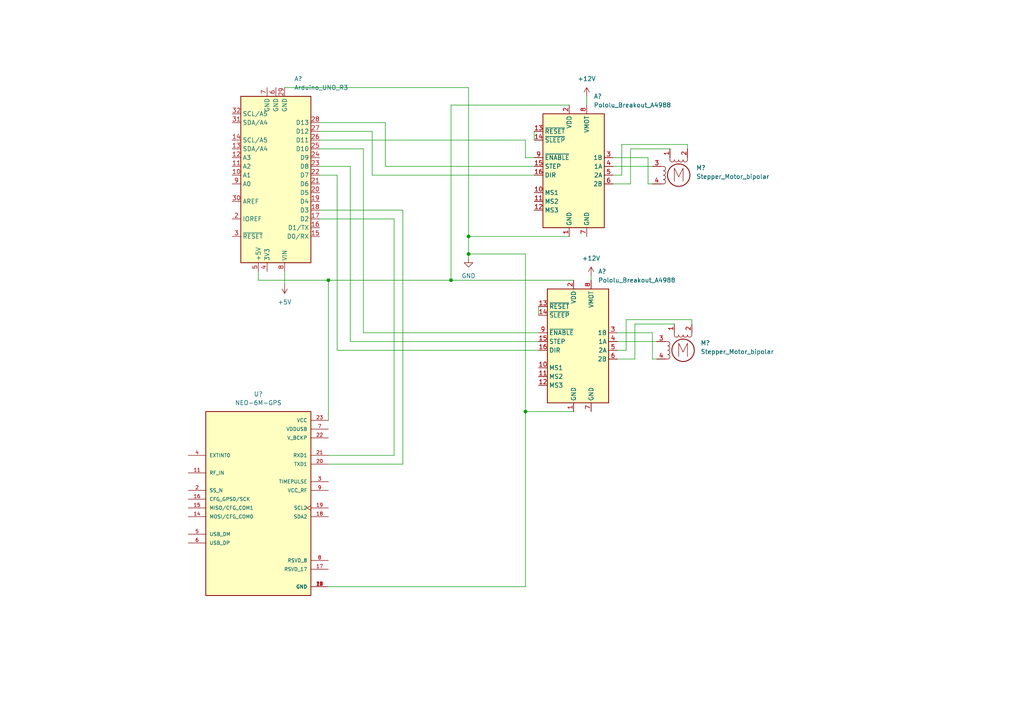
<source format=kicad_sch>
(kicad_sch (version 20211123) (generator eeschema)
  (paper "A4")
  (lib_symbols
    (symbol "Driver_Motor:Pololu_Breakout_A4988"
      (property "Reference" "A" (at -2.54 19.05 0))
      (property "Value" "Pololu_Breakout_A4988" (at -2.54 16.51 0))
      (symbol "Pololu_Breakout_A4988_0_1"
        (rectangle (start 10.16 -17.78) (end -7.62 15.24) (stroke (width 0.254)) (fill (type background)))
      )
      (symbol "Pololu_Breakout_A4988_1_1"
        (pin power_in line (at 0 -20.32 90) (length 2.54) (name "GND") (number "1"))
        (pin input line (at -10.16 -7.62 0) (length 2.54) (name "MS1") (number "10"))
        (pin input line (at -10.16 -10.16 0) (length 2.54) (name "MS2") (number "11"))
        (pin input line (at -10.16 -12.7 0) (length 2.54) (name "MS3") (number "12"))
        (pin input line (at -10.16 10.16 0) (length 2.54) (name "~{RESET}") (number "13"))
        (pin input line (at -10.16 7.62 0) (length 2.54) (name "~{SLEEP}") (number "14"))
        (pin input line (at -10.16 0 0) (length 2.54) (name "STEP") (number "15"))
        (pin input line (at -10.16 -2.54 0) (length 2.54) (name "DIR") (number "16"))
        (pin power_in line (at 0 17.78 270) (length 2.54) (name "VDD") (number "2"))
        (pin output line (at 12.7 2.54 180) (length 2.54) (name "1B") (number "3"))
        (pin output line (at 12.7 0 180) (length 2.54) (name "1A") (number "4"))
        (pin output line (at 12.7 -2.54 180) (length 2.54) (name "2A") (number "5"))
        (pin output line (at 12.7 -5.08 180) (length 2.54) (name "2B") (number "6"))
        (pin power_in line (at 5.08 -20.32 90) (length 2.54) (name "GND") (number "7"))
        (pin power_in line (at 5.08 17.78 270) (length 2.54) (name "VMOT") (number "8"))
        (pin input line (at -10.16 2.54 0) (length 2.54) (name "~{ENABLE}") (number "9"))
      )
    )
    (symbol "MCU_Module:Arduino_UNO_R3"
      (property "Reference" "A" (at -10.16 23.495 0))
      (property "Value" "Arduino_UNO_R3" (at 5.08 -26.67 0))
      (symbol "Arduino_UNO_R3_0_1"
        (rectangle (start -10.16 22.86) (end 10.16 -25.4) (stroke (width 0.254)) (fill (type background)))
      )
      (symbol "Arduino_UNO_R3_1_1"
        (pin no_connect line (at -10.16 -20.32 0) (length 2.54) hide (name "NC") (number "1"))
        (pin bidirectional line (at 12.7 -2.54 180) (length 2.54) (name "A1") (number "10"))
        (pin bidirectional line (at 12.7 -5.08 180) (length 2.54) (name "A2") (number "11"))
        (pin bidirectional line (at 12.7 -7.62 180) (length 2.54) (name "A3") (number "12"))
        (pin bidirectional line (at 12.7 -10.16 180) (length 2.54) (name "SDA/A4") (number "13"))
        (pin bidirectional line (at 12.7 -12.7 180) (length 2.54) (name "SCL/A5") (number "14"))
        (pin bidirectional line (at -12.7 15.24 0) (length 2.54) (name "D0/RX") (number "15"))
        (pin bidirectional line (at -12.7 12.7 0) (length 2.54) (name "D1/TX") (number "16"))
        (pin bidirectional line (at -12.7 10.16 0) (length 2.54) (name "D2") (number "17"))
        (pin bidirectional line (at -12.7 7.62 0) (length 2.54) (name "D3") (number "18"))
        (pin bidirectional line (at -12.7 5.08 0) (length 2.54) (name "D4") (number "19"))
        (pin output line (at 12.7 10.16 180) (length 2.54) (name "IOREF") (number "2"))
        (pin bidirectional line (at -12.7 2.54 0) (length 2.54) (name "D5") (number "20"))
        (pin bidirectional line (at -12.7 0 0) (length 2.54) (name "D6") (number "21"))
        (pin bidirectional line (at -12.7 -2.54 0) (length 2.54) (name "D7") (number "22"))
        (pin bidirectional line (at -12.7 -5.08 0) (length 2.54) (name "D8") (number "23"))
        (pin bidirectional line (at -12.7 -7.62 0) (length 2.54) (name "D9") (number "24"))
        (pin bidirectional line (at -12.7 -10.16 0) (length 2.54) (name "D10") (number "25"))
        (pin bidirectional line (at -12.7 -12.7 0) (length 2.54) (name "D11") (number "26"))
        (pin bidirectional line (at -12.7 -15.24 0) (length 2.54) (name "D12") (number "27"))
        (pin bidirectional line (at -12.7 -17.78 0) (length 2.54) (name "D13") (number "28"))
        (pin power_in line (at -2.54 -27.94 90) (length 2.54) (name "GND") (number "29"))
        (pin input line (at 12.7 15.24 180) (length 2.54) (name "~{RESET}") (number "3"))
        (pin input line (at 12.7 5.08 180) (length 2.54) (name "AREF") (number "30"))
        (pin bidirectional line (at 12.7 -17.78 180) (length 2.54) (name "SDA/A4") (number "31"))
        (pin bidirectional line (at 12.7 -20.32 180) (length 2.54) (name "SCL/A5") (number "32"))
        (pin power_out line (at 2.54 25.4 270) (length 2.54) (name "3V3") (number "4"))
        (pin power_out line (at 5.08 25.4 270) (length 2.54) (name "+5V") (number "5"))
        (pin power_in line (at 0 -27.94 90) (length 2.54) (name "GND") (number "6"))
        (pin power_in line (at 2.54 -27.94 90) (length 2.54) (name "GND") (number "7"))
        (pin power_in line (at -2.54 25.4 270) (length 2.54) (name "VIN") (number "8"))
        (pin bidirectional line (at 12.7 0 180) (length 2.54) (name "A0") (number "9"))
      )
    )
    (symbol "Motor:Stepper_Motor_bipolar" (pin_names (offset 0) hide)
      (property "Reference" "M" (at 3.81 2.54 0))
      (property "Value" "Stepper_Motor_bipolar" (at 3.81 1.27 0))
      (symbol "Stepper_Motor_bipolar_0_0"
        (polyline (pts (xy -1.27 -1.778) (xy -1.27 2.032) (xy 0 -0.508) (xy 1.27 2.032) (xy 1.27 -1.778)))
      )
      (symbol "Stepper_Motor_bipolar_0_1"
        (arc (start -4.445 -2.54) (mid -3.81 -1.905) (end -4.445 -1.27))
        (arc (start -4.445 -1.27) (mid -3.81 -0.635) (end -4.445 0))
        (arc (start -4.445 0) (mid -3.81 0.635) (end -4.445 1.27))
        (arc (start -4.445 1.27) (mid -3.81 1.905) (end -4.445 2.54))
        (arc (start -2.54 4.445) (mid -1.905 3.81) (end -1.27 4.445))
        (arc (start -1.27 4.445) (mid -0.635 3.81) (end 0 4.445))
        (polyline (pts (xy -5.08 -2.54) (xy -4.445 -2.54)))
        (polyline (pts (xy -5.08 2.54) (xy -4.445 2.54)))
        (polyline (pts (xy -2.54 5.08) (xy -2.54 4.445)))
        (polyline (pts (xy 2.54 5.08) (xy 2.54 4.445)))
        (circle (center 0 0) (radius 3.2512) (stroke (width 0.254)))
        (arc (start 0 4.445) (mid 0.635 3.81) (end 1.27 4.445))
        (arc (start 1.27 4.445) (mid 1.905 3.81) (end 2.54 4.445))
      )
      (symbol "Stepper_Motor_bipolar_1_1"
        (pin passive line (at -2.54 7.62 270) (length 2.54) (name "~") (number "1"))
        (pin passive line (at 2.54 7.62 270) (length 2.54) (name "-") (number "2"))
        (pin passive line (at -7.62 2.54 0) (length 2.54) (name "~") (number "3"))
        (pin passive line (at -7.62 -2.54 0) (length 2.54) (name "~") (number "4"))
      )
    )
    (symbol "RF_GPS:NEO-6M-GPS" (pin_names (offset 1.016))
      (property "Reference" "U" (at -15.2439 26.0408 0))
      (property "Value" "NEO-6M-GPS" (at -15.2445 -30.4874 0))
      (symbol "NEO-6M-GPS_0_0"
        (rectangle (start -15.24 -27.94) (end 15.24 25.4) (stroke (width 0.254)) (fill (type background)))
        (pin power_in line (at 20.32 -25.4 180) (length 5.08) (name "GND") (number "10"))
        (pin input line (at -20.32 7.62 0) (length 5.08) (name "RF_IN") (number "11"))
        (pin power_in line (at 20.32 -25.4 180) (length 5.08) (name "GND") (number "12"))
        (pin power_in line (at 20.32 -25.4 180) (length 5.08) (name "GND") (number "13"))
        (pin bidirectional line (at -20.32 -5.08 0) (length 5.08) (name "MOSI/CFG_COM0") (number "14"))
        (pin input line (at -20.32 -2.54 0) (length 5.08) (name "MISO/CFG_COM1") (number "15"))
        (pin input line (at -20.32 0 0) (length 5.08) (name "CFG_GPS0/SCK") (number "16"))
        (pin passive line (at 20.32 -20.32 180) (length 5.08) (name "RSVD_17") (number "17"))
        (pin bidirectional line (at 20.32 -5.08 180) (length 5.08) (name "SDA2") (number "18"))
        (pin bidirectional clock (at 20.32 -2.54 180) (length 5.08) (name "SCL2") (number "19"))
        (pin input line (at -20.32 2.54 0) (length 5.08) (name "SS_N") (number "2"))
        (pin output line (at 20.32 10.16 180) (length 5.08) (name "TXD1") (number "20"))
        (pin input line (at 20.32 12.7 180) (length 5.08) (name "RXD1") (number "21"))
        (pin power_in line (at 20.32 17.78 180) (length 5.08) (name "V_BCKP") (number "22"))
        (pin power_in line (at 20.32 22.86 180) (length 5.08) (name "VCC") (number "23"))
        (pin power_in line (at 20.32 -25.4 180) (length 5.08) (name "GND") (number "24"))
        (pin output line (at 20.32 5.08 180) (length 5.08) (name "TIMEPULSE") (number "3"))
        (pin input line (at -20.32 12.7 0) (length 5.08) (name "EXTINT0") (number "4"))
        (pin bidirectional line (at -20.32 -10.16 0) (length 5.08) (name "USB_DM") (number "5"))
        (pin bidirectional line (at -20.32 -12.7 0) (length 5.08) (name "USB_DP") (number "6"))
        (pin power_in line (at 20.32 20.32 180) (length 5.08) (name "VDDUSB") (number "7"))
        (pin passive line (at 20.32 -17.78 180) (length 5.08) (name "RSVD_8") (number "8"))
        (pin output line (at 20.32 2.54 180) (length 5.08) (name "VCC_RF") (number "9"))
      )
    )
    (symbol "power:+12V" (power) (pin_names (offset 0))
      (property "Value" "+12V" (at 0 3.556 0))
      (symbol "+12V_0_1"
        (polyline (pts (xy -0.762 1.27) (xy 0 2.54)))
        (polyline (pts (xy 0 0) (xy 0 2.54)))
        (polyline (pts (xy 0 2.54) (xy 0.762 1.27)))
      )
      (symbol "+12V_1_1"
        (pin power_in line (at 0 0 90) (length 0) hide (name "+12V") (number "1"))
      )
    )
    (symbol "power:+5V" (power) (pin_names (offset 0))
      (property "Value" "+5V" (at 0 3.556 0))
      (symbol "+5V_0_1"
        (polyline (pts (xy -0.762 1.27) (xy 0 2.54)))
        (polyline (pts (xy 0 0) (xy 0 2.54)))
        (polyline (pts (xy 0 2.54) (xy 0.762 1.27)))
      )
      (symbol "+5V_1_1"
        (pin power_in line (at 0 0 90) (length 0) hide (name "+5V") (number "1"))
      )
    )
    (symbol "power:GND" (power) (pin_names (offset 0))
      (property "Value" "GND" (at 0 -3.81 0))
      (symbol "GND_0_1"
        (polyline (pts (xy 0 0) (xy 0 -1.27) (xy 1.27 -1.27) (xy 0 -2.54) (xy -1.27 -1.27) (xy 0 -1.27)))
      )
      (symbol "GND_1_1"
        (pin power_in line (at 0 0 270) (length 0) hide (name "GND") (number "1"))
      )
    )
  )
  (junction (at 135.89 68.58))
  (junction (at 135.89 73.66))
  (junction (at 95.25 81.28))
  (junction (at 130.81 81.28))
  (junction (at 152.4 119.38))
  (wire (pts (xy 189.23 96.52) (xy 189.23 104.14)))
  (wire (pts (xy 82.55 25.4) (xy 135.89 25.4)))
  (wire (pts (xy 130.81 81.28) (xy 166.37 81.28)))
  (wire (pts (xy 97.79 101.6) (xy 156.21 101.6)))
  (wire (pts (xy 95.25 81.28) (xy 130.81 81.28)))
  (wire (pts (xy 95.25 132.08) (xy 114.3 132.08)))
  (wire (pts (xy 189.23 104.14) (xy 190.5 104.14)))
  (wire (pts (xy 92.71 43.18) (xy 105.41 43.18)))
  (wire (pts (xy 179.07 96.52) (xy 189.23 96.52)))
  (wire (pts (xy 189.23 53.34) (xy 187.96 53.34)))
  (wire (pts (xy 165.1 30.48) (xy 130.81 30.48)))
  (wire (pts (xy 114.3 63.5) (xy 92.71 63.5)))
  (wire (pts (xy 95.25 134.62) (xy 116.84 134.62)))
  (wire (pts (xy 200.66 93.98) (xy 200.66 92.71)))
  (wire (pts (xy 154.94 50.8) (xy 107.95 50.8)))
  (wire (pts (xy 182.88 53.34) (xy 177.8 53.34)))
  (wire (pts (xy 177.8 48.26) (xy 189.23 48.26)))
  (wire (pts (xy 97.79 50.8) (xy 97.79 101.6)))
  (wire (pts (xy 180.34 50.8) (xy 177.8 50.8)))
  (wire (pts (xy 92.71 35.56) (xy 111.76 35.56)))
  (wire (pts (xy 152.4 119.38) (xy 152.4 73.66)))
  (wire (pts (xy 184.15 93.98) (xy 184.15 104.14)))
  (wire (pts (xy 82.55 82.55) (xy 82.55 78.74)))
  (wire (pts (xy 92.71 48.26) (xy 101.6 48.26)))
  (wire (pts (xy 181.61 92.71) (xy 200.66 92.71)))
  (wire (pts (xy 171.45 80.01) (xy 171.45 81.28)))
  (wire (pts (xy 154.94 38.1) (xy 154.94 40.64)))
  (wire (pts (xy 105.41 43.18) (xy 105.41 96.52)))
  (wire (pts (xy 199.39 41.91) (xy 180.34 41.91)))
  (wire (pts (xy 130.81 30.48) (xy 130.81 81.28)))
  (wire (pts (xy 179.07 99.06) (xy 190.5 99.06)))
  (wire (pts (xy 95.25 170.18) (xy 152.4 170.18)))
  (wire (pts (xy 180.34 41.91) (xy 180.34 50.8)))
  (wire (pts (xy 152.4 45.72) (xy 154.94 45.72)))
  (wire (pts (xy 187.96 53.34) (xy 187.96 45.72)))
  (wire (pts (xy 74.93 78.74) (xy 74.93 81.28)))
  (wire (pts (xy 116.84 134.62) (xy 116.84 60.96)))
  (wire (pts (xy 184.15 93.98) (xy 195.58 93.98)))
  (wire (pts (xy 182.88 43.18) (xy 194.31 43.18)))
  (wire (pts (xy 156.21 99.06) (xy 101.6 99.06)))
  (wire (pts (xy 182.88 43.18) (xy 182.88 53.34)))
  (wire (pts (xy 181.61 92.71) (xy 181.61 101.6)))
  (wire (pts (xy 74.93 81.28) (xy 95.25 81.28)))
  (wire (pts (xy 152.4 170.18) (xy 152.4 119.38)))
  (wire (pts (xy 107.95 50.8) (xy 107.95 38.1)))
  (wire (pts (xy 184.15 104.14) (xy 179.07 104.14)))
  (wire (pts (xy 135.89 73.66) (xy 152.4 73.66)))
  (wire (pts (xy 111.76 35.56) (xy 111.76 48.26)))
  (wire (pts (xy 177.8 45.72) (xy 187.96 45.72)))
  (wire (pts (xy 199.39 43.18) (xy 199.39 41.91)))
  (wire (pts (xy 105.41 96.52) (xy 156.21 96.52)))
  (wire (pts (xy 92.71 40.64) (xy 152.4 40.64)))
  (wire (pts (xy 156.21 88.9) (xy 156.21 91.44)))
  (wire (pts (xy 135.89 25.4) (xy 135.89 68.58)))
  (wire (pts (xy 116.84 60.96) (xy 92.71 60.96)))
  (wire (pts (xy 135.89 73.66) (xy 135.89 74.93)))
  (wire (pts (xy 181.61 101.6) (xy 179.07 101.6)))
  (wire (pts (xy 152.4 40.64) (xy 152.4 45.72)))
  (wire (pts (xy 166.37 119.38) (xy 152.4 119.38)))
  (wire (pts (xy 170.18 27.94) (xy 170.18 30.48)))
  (wire (pts (xy 154.94 48.26) (xy 111.76 48.26)))
  (wire (pts (xy 101.6 99.06) (xy 101.6 48.26)))
  (wire (pts (xy 135.89 68.58) (xy 165.1 68.58)))
  (wire (pts (xy 97.79 50.8) (xy 92.71 50.8)))
  (wire (pts (xy 107.95 38.1) (xy 92.71 38.1)))
  (wire (pts (xy 114.3 132.08) (xy 114.3 63.5)))
  (wire (pts (xy 95.25 81.28) (xy 95.25 121.92)))
  (wire (pts (xy 135.89 68.58) (xy 135.89 73.66)))
  (symbol (lib_id "Motor:Stepper_Motor_bipolar") (at 196.85 50.8 0) (unit 1)
    (property "Reference" "M?" (at 201.93 48.679 0) (effects (justify left)))
    (property "Value" "Stepper_Motor_bipolar" (at 201.93 51.219 0) (effects (justify left)))
    (property "Datasheet" "http://www.infineon.com/dgdl/Application-Note-TLE8110EE_driving_UniPolarStepperMotor_V1.1.pdf?fileId=db3a30431be39b97011be5d0aa0a00b0" (effects hide))
  )
  (symbol (lib_id "Driver_Motor:Pololu_Breakout_A4988") (at 165.1 48.26 0) (unit 1)
    (property "Reference" "A?" (at 172.1994 27.94 0) (effects (justify left)))
    (property "Value" "Pololu_Breakout_A4988" (at 172.1994 30.48 0) (effects (justify left)))
    (property "Footprint" "Module:Pololu_Breakout-16_15.2x20.3mm" (effects hide))
    (property "Datasheet" "https://www.pololu.com/product/2980/pictures" (effects hide))
  )
  (symbol (lib_id "power:+12V") (at 170.18 27.94 0) (unit 1)
    (property "Reference" "#PWR?" (effects hide))
    (property "Value" "+12V" (at 170.18 22.86 0))
  )
  (symbol (lib_id "power:GND") (at 135.89 74.93 0) (unit 1)
    (property "Reference" "#PWR?" (effects hide))
    (property "Value" "GND" (at 135.89 80.01 0))
  )
  (symbol (lib_id "RF_GPS:NEO-6M-GPS") (at 74.93 144.78 0) (unit 1)
    (property "Reference" "U?" (at 74.93 114.3 0))
    (property "Value" "NEO-6M-GPS" (at 74.93 116.84 0))
    (property "Footprint" "XCVR_NEO-6M-GPS" (effects hide))
    (property "STANDARD" "Manufacturer Recommendations" (effects hide))
    (property "PARTREV" "R15" (effects hide))
    (property "MANUFACTURER" "U-Blox" (effects hide))
  )
  (symbol (lib_id "power:+12V") (at 171.45 80.01 0) (unit 1)
    (property "Reference" "#PWR?" (effects hide))
    (property "Value" "+12V" (at 171.45 74.93 0))
  )
  (symbol (lib_id "Motor:Stepper_Motor_bipolar") (at 198.12 101.6 0) (unit 1)
    (property "Reference" "M?" (at 203.2 99.479 0) (effects (justify left)))
    (property "Value" "Stepper_Motor_bipolar" (at 203.2 102.019 0) (effects (justify left)))
    (property "Datasheet" "http://www.infineon.com/dgdl/Application-Note-TLE8110EE_driving_UniPolarStepperMotor_V1.1.pdf?fileId=db3a30431be39b97011be5d0aa0a00b0" (effects hide))
  )
  (symbol (lib_id "MCU_Module:Arduino_UNO_R3") (at 80.01 53.34 180) (unit 1)
    (property "Reference" "A?" (at 85.3187 22.86 0) (effects (justify right)))
    (property "Value" "Arduino_UNO_R3" (at 85.3187 25.4 0) (effects (justify right)))
    (property "Footprint" "Module:Arduino_UNO_R3" (effects hide))
    (property "Datasheet" "https://www.arduino.cc/en/Main/arduinoBoardUno" (effects hide))
  )
  (symbol (lib_id "power:+5V") (at 82.55 82.55 180) (unit 1)
    (property "Reference" "#PWR?" (effects hide))
    (property "Value" "+5V" (at 82.55 87.63 0))
  )
  (symbol (lib_id "Driver_Motor:Pololu_Breakout_A4988") (at 166.37 99.06 0) (unit 1)
    (property "Reference" "A?" (at 173.4694 78.74 0) (effects (justify left)))
    (property "Value" "Pololu_Breakout_A4988" (at 173.4694 81.28 0) (effects (justify left)))
    (property "Footprint" "Module:Pololu_Breakout-16_15.2x20.3mm" (effects hide))
    (property "Datasheet" "https://www.pololu.com/product/2980/pictures" (effects hide))
  )
)
</source>
